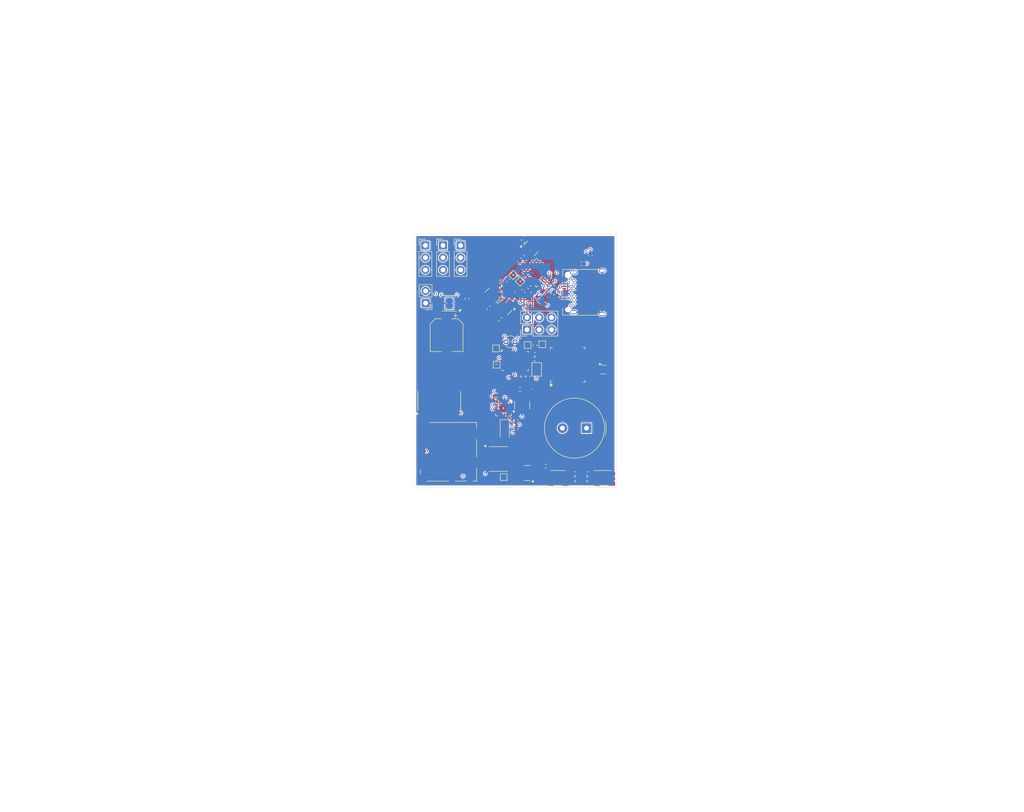
<source format=kicad_pcb>
(kicad_pcb (version 20240108) (generator "pcbnew") (generator_version "8.0")
  (layers (0 "F.Cu" mixed) (1 "In1.Cu" signal) (2 "In2.Cu" signal) (31 "B.Cu" power) (34 "B.Paste" user) (35 "F.Paste" user) (36 "B.SilkS" user "B.Silkscreen") (37 "F.SilkS" user "F.Silkscreen") (38 "B.Mask" user) (39 "F.Mask" user) (44 "Edge.Cuts" user))
  (net 0 "")
  (net 1 "Net-(ADR1-B)")
  (net 2 "GND")
  (net 3 "POWER_STAB")
  (net 4 "Net-(U6-XOUT32{slash}CLKSEL1)")
  (net 5 "Net-(U6-XIN32)")
  (net 6 "Net-(L1-Pad1)")
  (net 7 "Net-(D6-K)")
  (net 8 "+3.3V")
  (net 9 "Net-(U6-CAP)")
  (net 10 "Net-(D1-I{slash}O1)")
  (net 11 "Net-(D1-I{slash}O2)")
  (net 12 "Net-(D2-A)")
  (net 13 "Net-(D2-K)")
  (net 14 "Net-(D3-A)")
  (net 15 "Net-(D3-K)")
  (net 16 "Net-(D5-A)")
  (net 17 "Net-(J2-Pin_3)")
  (net 18 "Net-(J2-Pin_2)")
  (net 19 "Net-(J2-Pin_6)")
  (net 20 "UPDI")
  (net 21 "Net-(J3-CMD)")
  (net 22 "Net-(J3-DAT1)")
  (net 23 "Net-(J3-DAT0)")
  (net 24 "CD")
  (net 25 "Net-(J3-CLK)")
  (net 26 "/RX_UPDI")
  (net 27 "TX0")
  (net 28 "RX0")
  (net 29 "Net-(U9-EN)")
  (net 30 "Net-(U9-FB)")
  (net 31 "Net-(U6-~{RST})")
  (net 32 "Net-(U6-ENV_SCL)")
  (net 33 "Net-(U6-ENV_SDA)")
  (net 34 "SDA")
  (net 35 "SCL")
  (net 36 "Net-(U6-~{BOOT})")
  (net 50 "EJEC_SERVO")
  (net 51 "Net-(PORTSIDE_RGB1-RA)")
  (net 52 "PA3{slash}SS")
  (net 53 "PA1{slash}MOSI")
  (net 55 "Net-(PORTSIDE_RGB1-BA)")
  (net 57 "Net-(PORTSIDE_RGB1-GA)")
  (net 61 "D5")
  (net 63 "D6")
  (net 64 "BUZZER")
  (net 66 "WP")
  (net 67 "PA0{slash}MISO")
  (net 68 "Net-(BZ1--)")
  (net 70 "D4")
  (net 73 "HOLD")
  (net 74 "Net-(J1-CC1)")
  (net 75 "Net-(STARBOARD_RGB1-BA)")
  (net 76 "D7")
  (net 79 "Net-(STARBOARD_RGB1-RA)")
  (net 82 "Net-(STARBOARD_RGB1-GA)")
  (net 83 "PA2{slash}SCK")
  (net 84 "PORT_SERVO")
  (net 92 "PS1")
  (net 96 "INT")
  (net 97 "PS0{slash}WAKE")
  (net 102 "STAR_BLUE")
  (net 103 "STAR_SERVO")
  (net 104 "STAR_GREEN")
  (net 105 "PORT_GREEN")
  (net 106 "STAR_RED")
  (net 107 "PORT_RED")
  (net 108 "PORT_BLUE")
  (net 110 "Net-(L1-Pad2)")
  (net 112 "+5V")
  (net 116 "Net-(J1-CC2)")
  (net 119 "/TX_UPDI")
  (net 120 "TEMP_SENSOR")
  (footprint "Jumper:SolderJumper-2_P1.3mm_Bridged2Bar_Pad1.0x1.5mm" (layer "F.Cu") (at 118.020285 112.120551 90)
    (property "Reference" "ADR1" (hide yes))
    (property "Value" "~" (hide yes))
  )
  (footprint "Resistor_SMD:R_0402_1005Metric" (layer "F.Cu") (at 117.192785 96.410551 45)
    (property "Reference" "R2" (hide yes))
    (property "Value" "4k7" (hide yes))
  )
  (footprint "Resistor_SMD:R_0402_1005Metric" (layer "F.Cu") (at 126.017785 133.770551)
    (property "Reference" "R30" (hide yes))
    (property "Value" "220" (hide yes))
  )
  (footprint "Connector_PinHeader_2.54mm:PinHeader_1x03_P2.54mm_Vertical" (layer "F.Cu") (at 98.58 86.39)
    (property "Reference" "J5" (hide yes))
    (property "Value" "PORTSIDE_SERVO" (hide yes))
  )
  (footprint "LED_SMD:LED_0201_0603Metric" (layer "F.Cu") (at 111.700051 94.436511 -45)
    (property "Reference" "D2" (hide yes))
    (property "Value" "LED" (hide yes))
  )
  (footprint "Package_QFP:TQFP-48_7x7mm_P0.5mm" (layer "F.Cu") (at 124.472785 111.160551 90)
    (property "Reference" "U2" (hide yes))
    (property "Value" "ATmega4809-A" (hide yes))
  )
  (footprint "Package_DFN_QFN:DFN-10-1EP_3x3mm_P0.5mm_EP1.65x2.38mm_ThermalVias" (layer "F.Cu") (at 99.9 98.415 180)
    (property "Reference" "U8" (hide yes))
    (property "Value" "TPS61092" (hide yes))
  )
  (footprint "Package_TO_SOT_SMD:SOT-23" (layer "F.Cu") (at 116.819872 87.023464 45)
    (property "Reference" "Q1" (hide yes))
    (property "Value" "BSS138" (hide yes))
  )
  (footprint "Resistor_SMD:R_0402_1005Metric" (layer "F.Cu") (at 117.580285 109.980551 180)
    (property "Reference" "R23" (hide yes))
    (property "Value" "10k" (hide yes))
  )
  (footprint "TestPoint:TestPoint_Pad_1.0x1.0mm" (layer "F.Cu") (at 109.730001 111.15 180)
    (property "Reference" "TP3" (hide yes))
    (property "Value" "TestPoint" (hide yes))
  )
  (footprint "TestPoint:TestPoint_Pad_1.0x1.0mm" (layer "F.Cu") (at 114.612785 93.880552 -135)
    (property "Reference" "TP2" (hide yes))
    (property "Value" "TestPoint" (hide yes))
  )
  (footprint "Resistor_SMD:R_0402_1005Metric" (layer "F.Cu") (at 114.932161 90.049927 -45)
    (property "Reference" "R5" (hide yes))
    (property "Value" "0" (hide yes))
  )
  (footprint "Connector_PinHeader_2.54mm:PinHeader_1x03_P2.54mm_Vertical" (layer "F.Cu") (at 94.93 86.39)
    (property "Reference" "J4" (hide yes))
    (property "Value" "STARBOARD_SERVO" (hide yes))
  )
  (footprint "Resistor_SMD:R_0402_1005Metric" (layer "F.Cu") (at 113.283409 97.681177 135)
    (property "Reference" "R10" (hide yes))
    (property "Value" "4k7" (hide yes))
  )
  (footprint "TestPoint:TestPoint_Pad_1.0x1.0mm" (layer "F.Cu") (at 111.192215 134.474449)
    (property "Reference" "TP4" (hide yes))
    (property "Value" "TestPoint" (hide yes))
  )
  (footprint "Resistor_SMD:R_0402_1005Metric" (layer "F.Cu") (at 113.76 122.6175 -90)
    (property "Reference" "R15" (hide yes))
    (property "Value" "100k" (hide yes))
  )
  (footprint "TestPoint:TestPoint_Pad_1.0x1.0mm" (layer "F.Cu") (at 113.172786 92.530551 -135)
    (property "Reference" "TP1" (hide yes))
    (property "Value" "TestPoint" (hide yes))
  )
  (footprint "Resistor_SMD:R_0402_1005Metric" (layer "F.Cu") (at 128.527785 133.780551)
    (property "Reference" "R25" (hide yes))
    (property "Value" "220" (hide yes))
  )
  (footprint "TestPoint:TestPoint_Pad_1.0x1.0mm" (layer "F.Cu") (at 116.150285 107.080551)
    (property "Reference" "TP6" (hide yes))
    (property "Value" "TestPoint" (hide yes))
  )
  (footprint "Package_DFN_QFN:QFN-16-1EP_3x3mm_P0.5mm_EP1.7x1.7mm" (layer "F.Cu") (at 111.1275 120.1675)
    (property "Reference" "U9" (hide yes))
    (property "Value" "MPM3610AGQV-P" (hide yes))
  )
  (footprint "Capacitor_SMD:C_0201_0603Metric" (layer "F.Cu") (at 114.38 117.1175)
    (property "Reference" "C6" (hide yes))
    (property "Value" "1u" (hide yes))
  )
  (footprint "Resistor_SMD:R_0402_1005Metric" (layer "F.Cu") (at 115.262785 95.830551 -135)
    (property "Reference" "R3" (hide yes))
    (property "Value" "330" (hide yes))
  )
  (footprint "Capacitor_SMD:C_0201_0603Metric" (layer "F.Cu") (at 101.13 100.565)
    (property "Reference" "C9" (hide yes))
    (property "Value" "2u2" (hide yes))
  )
  (footprint "Buzzer_Beeper:Buzzer_TDK_PS1240P02BT_D12.2mm_H6.5mm" (layer "F.Cu") (at 128.38 124.32 180)
    (property "Reference" "BZ1" (hide yes))
    (property "Value" "Buzzer" (hide yes))
  )
  (footprint "Resistor_SMD:R_0402_1005Metric" (layer "F.Cu") (at 129.182785 88.500551 -90)
    (property "Reference" "R1" (hide yes))
    (property "Value" "1M" (hide yes))
  )
  (footprint "Package_TO_SOT_SMD:SOT-23" (layer "F.Cu") (at 116.059715 133.639449 180)
    (property "Reference" "Q4" (hide yes))
    (property "Value" "BSS138" (hide yes))
  )
  (footprint "Resistor_SMD:R_0402_1005Metric" (layer "F.Cu") (at 109.650285 110.630551)
    (property "Reference" "R24" (hide yes))
    (property "Value" "10k" (hide yes))
  )
  (footprint "Capacitor_SMD:C_0201_0603Metric" (layer "F.Cu") (at 97.17 97.585 90)
    (property "Reference" "C8" (hide yes))
    (property "Value" "10u" (hide yes))
  )
  (footprint "Resistor_SMD:R_0402_1005Metric" (layer "F.Cu") (at 128.527785 134.820551)
    (property "Reference" "R26" (hide yes))
    (property "Value" "220" (hide yes))
  )
  (footprint "Resistor_SMD:R_0402_1005Metric" (layer "F.Cu") (at 103.56 97.455 -90)
    (property "Reference" "R33" (hide yes))
    (property "Value" "5m" (hide yes))
  )
  (footprint "Capacitor_SMD:C_0201_0603Metric" (layer "F.Cu") (at 110.510285 106.030551 90)
    (property "Reference" "C3" (hide yes))
    (property "Value" "22p" (hide yes))
  )
  (footprint "Resistor_SMD:R_0402_1005Metric" (layer "F.Cu") (at 119.918431 132.189999 180)
    (property "Reference" "R34" (hide yes))
    (property "Value" "2k2" (hide yes))
  )
  (footprint "Inductor_SMD:L_0402_1005Metric" (layer "F.Cu") (at 102.56 97.435001 -90)
    (property "Reference" "L1" (hide yes))
    (property "Value" "6u8" (hide yes))
  )
  (footprint "Capacitor_SMD:C_0201_0603Metric" (layer "F.Cu") (at 112.760285 113.395551 -90)
    (property "Reference" "C7" (hide yes))
    (property "Value" "0u1" (hide yes))
  )
  (footprint "Diode_SMD:Nexperia_CFP3_SOD-123W" (layer "F.Cu") (at 111.4 124.83 -90)
    (property "Reference" "D6" (hide yes))
    (property "Value" "PMEG6020ER" (hide yes))
  )
  (footprint "Resistor_SMD:R_0402_1005Metric" (layer "F.Cu") (at 110.433768 101.718756 135)
    (property "Reference" "R13" (hide yes))
    (property "Value" "4k7" (hide yes))
  )
  (footprint "Resistor_SMD:R_0402_1005Metric" (layer "F.Cu") (at 114.57 116.2575)
    (property "Reference" "R17" (hide yes))
    (property "Value" "330R" (hide yes))
  )
  (footprint "Package_LGA:LGA-28_5.2x3.8mm_P0.5mm" (layer "F.Cu") (at 113.612785 110.380551)
    (property "Reference" "U6" (hide yes))
    (property "Value" "BNO086" (hide yes))
  )
  (footprint "Resistor_SMD:R_0402_1005Metric" (layer "F.Cu") (at 127.332785 90.210551)
    (property "Reference" "R32" (hide yes))
    (property "Value" "5k1" (hide yes))
  )
  (footprint "Resistor_SMD:R_0402_1005Metric" (layer "F.Cu") (at 110.58459 95.018107 135)
    (property "Reference" "R9" (hide yes))
    (property "Value" "4k7" (hide yes))
  )
  (footprint "LED_SMD:LED_ROHM_SMLVN6" (layer "F.Cu") (at 132.057785 134.820551)
    (property "Reference" "STARBOARD_RGB1" (hide yes))
    (property "Value" "SMLVN6RGB" (hide yes))
  )
  (footprint "Capacitor_SMD:C_0201_0603Metric" (layer "F.Cu") (at 128.282785 88.710551 -90)
    (property "Reference" "C1" (hide yes))
    (property "Value" "4n7" (hide yes))
  )
  (footprint "Capacitor_SMD:C_0201_0603Metric" (layer "F.Cu") (at 114.642785 106.450551 90)
    (property "Reference" "C2" (hide yes))
    (property "Value" "22p" (hide yes))
  )
  (footprint "Resistor_SMD:R_0402_1005Metric" (layer "F.Cu") (at 114.260285 113.610551 -90)
    (property "Reference" "R18" (hide yes))
    (property "Value" "10k" (hide yes))
  )
  (footprint "Resistor_SMD:R_0402_1005Metric" (layer "F.Cu") (at 117.67 107.13 -90)
    (property "Reference" "R21" (hide yes))
    (property "Value" "2k2" (hide yes))
  )
  (footprint "Package_TO_SOT_SMD:HVSOF5" (layer "F.Cu") (at 131.885 112.16)
    (property "Reference" "U5" (hide yes))
    (property "Value" "BD1020HFV" (hide yes))
  )
  (footprint "Resistor_SMD:R_0402_1005Metric" (layer "F.Cu") (at 117.649999 108.99 180)
    (property "Reference" "R22" (hide yes))
    (property "Value" "2k2" (hide yes))
  )
  (footprint "Package_SO:SOIC-8_3.9x4.9mm_P1.27mm" (layer "F.Cu") (at 110.067215 130.719449)
    (property "Reference" "U3" (hide yes))
    (property "Value" "AT25DF641A-SH-T" (hide yes))
  )
  (footprint "LED_SMD:LED_0201_0603Metric" (layer "F.Cu") (at 114.085973 96.602837 -45)
    (property "Reference" "D3" (hide yes))
    (property "Value" "LED" (hide yes))
  )
  (footprint "Resistor_SMD:R_0402_1005Metric" (layer "F.Cu") (at 112.161438 93.653391 -45)
    (property "Reference" "R4" (hide yes))
    (property "Value" "330" (hide yes))
  )
  (footprint "Connector_USB:USB_C_Receptacle_Amphenol_12401548E4-2A" (layer "F.Cu") (at 128.792785 96.120551 90)
    (property "Reference" "J1" (hide yes))
    (property "Value" "USB_C_Receptacle_USB2.0_16P" (hide yes))
  )
  (footprint "Crystal:Crystal_C26-LF_D2.1mm_L6.5mm_Vertical" (layer "F.Cu") (at 113.540285 106.380551 180)
    (property "Reference" "Y1" (hide yes))
    (property "Value" "32.768kHz" (hide yes))
  )
  (footprint "Capacitor_SMD:C_0201_0603Metric" (layer "F.Cu") (at 109.88 123.0575 -90)
    (property "Reference" "C11" (hide yes))
    (property "Value" "1u" (hide yes))
  )
  (footprint "Resistor_SMD:R_0402_1005Metric" (layer "F.Cu") (at 126.027785 135.850551)
    (property "Reference" "R28" (hide yes))
    (property "Value" "220" (hide yes))
  )
  (footprint "Capacitor_SMD:C_0201_0603Metric" (layer "F.Cu") (at 110.095 116.6475 180)
    (property "Reference" "C4" (hide yes))
    (property "Value" "22u" (hide yes))
  )
  (footprint "Resistor_SMD:R_0402_1005Metric" (layer "F.Cu") (at 115.260285 113.610551 -90)
    (property "Reference" "R19" (hide yes))
    (property "Value" "4k7" (hide yes))
  )
  (footprint "Resistor_SMD:R_0402_1005Metric" (layer "F.Cu") (at 126.017785 134.820551)
    (property "Reference" "R29" (hide yes))
    (property "Value" "220" (hide yes))
  )
  (footprint "Resistor_SMD:R_0402_1005Metric" (layer "F.Cu") (at 115.16 85.53 45)
    (property "Reference" "R7" (hide yes))
    (property "Value" "4k7" (hide yes))
  )
  (footprint "Resistor_SMD:R_0402_1005Metric" (layer "F.Cu") (at 109.87 117.5175 180)
    (property "Reference" "R14" (hide yes))
    (property "Value" "100k" (hide yes))
  )
  (footprint "Resistor_SMD:R_0402_1005Metric" (layer "F.Cu") (at 116.250285 113.610551 -90)
    (property "Reference" "R20" (hide yes))
    (property "Value" "4k7" (hide yes))
  )
  (footprint "Package_TO_SOT_SMD:SOT-23" (layer "F.Cu") (at 108.871625 96.745215 -135)
    (property "Reference" "Q3" (hide yes))
    (property "Value" "BSS138" (hide yes))
  )
  (footprint "Package_SO:SOIC-14_3.9x8.7mm_P1.27mm" (layer "F.Cu") (at 97.82 118.61 90)
    (property "Reference" "U7" (hide yes))
    (property "Value" "TXB0104D" (hide yes))
  )
  (footprint "LED_SMD:LED_0201_0603Metric" (layer "F.Cu") (at 116.2425 116.2475 180)
    (property "Reference" "D5" (hide yes))
    (property "Value" "GREEN" (hide yes))
  )
  (footprint "Resistor_SMD:R_0402_1005Metric" (layer "F.Cu") (at 115.102785 88.760551 -45)
    (property "Reference" "R6" (hide yes))
    (property "Value" "4k7" (hide yes))
  )
  (footprint "Resistor_SMD:R_0402_1005Metric" (layer "F.Cu") (at 116.502161 95.039927 -45)
    (property "Reference" "R11" (hide yes))
    (property "Value" "4k7" (hide yes))
  )
  (footprint "Capacitor_SMD:CP_Elec_6.3x5.4" (layer "F.Cu") (at 99.33 105.015 -90)
    (property "Reference" "C10" (hide yes))
    (property "Value" "100u" (hide yes))
  )
  (footprint "TestPoint:TestPoint_Pad_1.0x1.0mm" (layer "F.Cu") (at 109.590285 107.770551)
    (property "Reference" "TP5" (hide yes))
    (property "Value" "TestPoint" (hide yes))
  )
  (footprint "Package_TO_SOT_SMD:SOT-23-5" (layer "F.Cu") (at 115.0175 119.5575 90)
    (property "Reference" "U4" (hide yes))
    (property "Value" "AP2112K-3.3" (hide yes))
  )
  (footprint "Resistor_SMD:R_0402_1005Metric" (layer "F.Cu") (at 113.75 124.5275 -90)
    (property "Reference" "R16" (hide yes))
    (property "Value" "19k1" (hide yes))
  )
  (footprint "LED_SMD:LED_ROHM_SMLVN6" (layer "F.Cu") (at 122.492785 134.820551 180)
    (property "Reference" "PORTSIDE_RGB1" (hide yes))
    (property "Value" "SMLVN6RGB" (hide yes))
  )
  (footprint "Connector_PinHeader_2.54mm:PinHeader_1x03_P2.54mm_Vertical" (layer "F.Cu") (at 102.23 86.395)
    (property "Reference" "J7" (hide yes))
    (property "Value" "EJECTION_SERVO" (hide yes))
  )
  (footprint "Package_TO_SOT_SMD:SOT-23" (layer "F.Cu") (at 111.37422 99.208525 -135)
    (property "Reference" "Q2" (hide yes))
    (property "Value" "BSS138" (hide yes))
  )
  (footprint "Package_DFN_QFN:QFN-24-1EP_4x4mm_P0.5mm_EP2.6x2.6mm" (layer "F.Cu") (at 117.969542 92.077346 -135)
    (property "Reference" "U1" (hide yes))
    (property "Value" "ATSAMD11D14A-M" (hide yes))
  )
  (footprint "Connector_PinHeader_2.54mm:PinHeader_1x02_P2.54mm_Vertical" (layer "F.Cu") (at 94.969999 98.375 180)
    (property "Reference" "J6" (hide yes))
    (property "Value" "Conn_01x02_Pin" (hide yes))
  )
  (footprint "Resistor_SMD:R_0402_1005Metric" (layer "F.Cu") (at 108.039006 99.331458 135)
    (property "Reference" "R12" (hide yes))
    (property "Value" "4k7" (hide yes))
  )
  (footprint "Connector_Card:microSD_HC_Molex_104031-0811" (layer "F.Cu") (at 99.745 129.25 90)
    (property "Reference" "J3" (hide yes))
    (property "Value" "Micro_SD_Card_Det1" (hide yes))
  )
  (footprint "TestPoint:TestPoint_Pad_1.0x1.0mm" (layer "F.Cu") (at 119.18 106.92)
    (property "Reference" "TP7" (hide yes))
    (property "Value" "TestPoint" (hide yes))
  )
  (footprint "Resistor_SMD:R_0402_1005Metric" (layer "F.Cu") (at 128.527785 135.870551)
    (property "Reference" "R27" (hide yes))
    (property "Value" "220" (hide yes))
  )
  (footprint "Capacitor_SMD:C_0201_0603Metric" (layer "F.Cu") (at 112.89 123.0325 -90)
    (property "Reference" "C5" (hide yes))
    (property "Value" "22u" (hide yes))
  )
  (footprint "Package_TO_SOT_SMD:SOT-143" (layer "F.Cu") (at 119.502784 97.110552 -45)
    (property "Reference" "D1" (hide yes))
    (property "Value" "PRTR5V0U2X" (hide yes))
  )
  (footprint "Resistor_SMD:R_0402_1005Metric" (layer "F.Cu") (at 121.882785 96.370551 135)
    (property "Reference" "R31" (hide yes))
    (property "Value" "5k1" (hide yes))
  )
  (footprint "Connector_PinHeader_2.54mm:PinHeader_2x03_P2.54mm_Vertical" (layer "F.Cu") (at 116.022785 103.88055 90)
    (property "Reference" "J2" (hide yes))
    (property "Value" "Conn_02x03_Pin" (hide yes))
  )
  (gr_rect (start 92.562785 83.970551) (end 134.652785 136.670551) (stroke (width 0.05)) (fill none) (layer "Edge.Cuts"))
  (segment (start 117.180285 110.630551) (end 117.070285 110.520551) (width 0.2) (layer "F.Cu") (net 1))
  (segment (start 117.240285 110.690551) (end 117.180285 110.630551) (width 0.2) (layer "F.Cu") (net 1))
  (segment (start 117.180285 110.630551) (end 116.000285 110.630551) (width 0.2) (layer "F.Cu") (net 1))
  (segment (start 117.070285 110.520551) (end 117.070285 109.980551) (width 0.2) (layer "F.Cu") (net 1))
  (segment (start 117.240285 110.690551) (end 118.020285 111.470551) (width 0.2) (layer "F.Cu") (net 1))
  (segment (start 94.97 95.835) (end 96.46 95.835) (width 0.2) (layer "F.Cu") (net 2))
  (segment (start 120.878851 92.335006) (end 120.671668 92.127823) (width 0.2) (layer "F.Cu") (net 2))
  (segment (start 120.171744 93.218888) (end 120.640325 93.218889) (width 0.2) (layer "F.Cu") (net 2))
  (segment (start 122.202785 92.020551) (end 122.202785 91.900551) (width 0.2) (layer "F.Cu") (net 2))
  (segment (start 112.960284 113.715551) (end 113.440286 113.235549) (width 0.2) (layer "F.Cu") (net 2))
  (segment (start 111.225285 109.630551) (end 110.300285 109.630551) (width 0.2) (layer "F.Cu") (net 2))
  (segment (start 122.922785 91.180552) (end 124.872785 91.180551) (width 0.2) (layer "F.Cu") (net 2))
  (segment (start 118.020285 113.930551) (end 117.940285 114.010551) (width 0.2) (layer "F.Cu") (net 2))
  (segment (start 126.50386 89.590551) (end 128.312785 89.590551) (width 0.2) (layer "F.Cu") (net 2))
  (segment (start 121.522161 96.009927) (end 121.522161 95.989927) (width 0.2) (layer "F.Cu") (net 2))
  (segment (start 113.362785 108.061659) (end 113.462785 107.961659) (width 0.2) (layer "F.Cu") (net 2))
  (segment (start 114.642785 106.130551) (end 114.642785 106.090551) (width 0.2) (layer "F.Cu") (net 2))
  (segment (start 119.869891 92.917036) (end 120.171744 93.218888) (width 0.2) (layer "F.Cu") (net 2))
  (segment (start 125.682785 91.990551) (end 125.682785 90.411626) (width 0.2) (layer "F.Cu") (net 2))
  (segment (start 125.682785 100.250551) (end 131.272785 100.250551) (width 0.2) (layer "F.Cu") (net 2))
  (segment (start 113.362785 113.10629) (end 113.362785 112.043051) (width 0.2) (layer "F.Cu") (net 2))
  (segment (start 107.592215 132.624449) (end 107.592215 133.514449) (width 0.2) (layer "F.Cu") (net 2))
  (segment (start 120.640325 93.218889) (end 120.878852 92.980362) (width 0.2) (layer "F.Cu") (net 2))
  (segment (start 113.440286 113.183791) (end 113.362785 113.10629) (width 0.2) (layer "F.Cu") (net 2))
  (segment (start 97.17 97.265) (end 96.65 97.265) (width 0.2) (layer "F.Cu") (net 2))
  (segment (start 120.878852 92.980362) (end 120.878851 92.335006) (width 0.2) (layer "F.Cu") (net 2))
  (segment (start 131.632786 100.610551) (end 131.632785 91.630552) (width 0.2) (layer "F.Cu") (net 2))
  (segment (start 102.225 121.085) (end 102.31 121.17) (width 0.2) (layer "F.Cu") (net 2))
  (segment (start 125.682785 90.411626) (end 126.50386 89.590551) (width 0.2) (layer "F.Cu") (net 2))
  (segment (start 101.63 121.085) (end 102.225 121.085) (width 0.2) (layer "F.Cu") (net 2))
  (segment (start 131.272785 100.250551) (end 131.632786 100.610551) (width 0.2) (layer "F.Cu") (net 2))
  (segment (start 115.0175 121.85) (end 114.97 121.8975) (width 0.2) (layer "F.Cu") (net 2))
  (segment (start 112.89 123.9275) (end 112.91 123.9475) (width 0.2) (layer "F.Cu") (net 2))
  (segment (start 96.47 95.845) (end 96.46 95.835) (width 0.2) (layer "F.Cu") (net 2))
  (segment (start 128.412785 90.210551) (end 128.452785 90.170551) (width 0.2) (layer "F.Cu") (net 2))
  (segment (start 112.59 118.8875) (end 112.53 118.8275) (width 0.2) (layer "F.Cu") (net 2))
  (segment (start 110.300285 109.630551) (end 110.230285 109.700551) (width 0.2) (layer "F.Cu") (net 2))
  (segment (start 114.640285 106.380551) (end 114.750285 106.270551) (width 0.2) (layer "F.Cu") (net 2))
  (segment (start 108.96 120.4175) (end 108.86 120.3175) (width 0.2) (layer "F.Cu") (net 2))
  (segment (start 129.182785 87.26055) (end 129.162785 87.240551) (width 0.2) (layer "F.Cu") (net 2))
  (segment (start 129.182785 89.580551) (end 129.192785 89.590551) (width 0.2) (layer "F.Cu") (net 2))
  (segment (start 104.145 134.99) (end 104.145 134.615) (width 0.2) (layer "F.Cu") (net 2))
  (segment (start 129.182785 89.010551) (end 129.182785 89.580551) (width 0.2) (layer "F.Cu") (net 2))
  (segment (start 129.592786 89.590551) (end 131.632785 91.630552) (width 0.2) (layer "F.Cu") (net 2))
  (segment (start 104.145 134.615) (end 103.3 133.77) (width 0.2) (layer "F.Cu") (net 2))
  (segment (start 113.440286 113.235549) (end 113.440286 113.183791) (width 0.2) (layer "F.Cu") (net 2))
  (segment (start 112.89 123.3525) (end 112.89 123.9275) (width 0.2) (layer "F.Cu") (net 2))
  (segment (start 118.702785 96.220551) (end 118.562785 96.220551) (width 0.2) (layer "F.Cu") (net 2))
  (segment (start 128.312785 89.590551) (end 129.192785 89.590551) (width 0.2) (layer "F.Cu") (net 2))
  (segment (start 112.760285 113.715551) (end 112.274449 113.715551) (width 0.2) (layer "F.Cu") (net 2))
  (segment (start 128.282785 88.390551) (end 128.282786 87.740551) (width 0.2) (layer "F.Cu") (net 2))
  (segment (start 122.202785 91.900551) (end 122.922785 91.180552) (width 0.2) (layer "F.Cu") (net 2))
  (segment (start 96.47 97.085) (end 96.47 95.845) (width 0.2) (layer "F.Cu") (net 2))
  (segment (start 111.3775 118.03) (end 111.47 117.9375) (width 0.2) (layer "F.Cu") (net 2))
  (segment (start 101.35 97.415) (end 101.35 96.805) (width 0.2) (layer "F.Cu") (net 2))
  (segment (start 118.020285 112.770551) (end 118.020285 113.930551) (width 0.2) (layer "F.Cu") (net 2))
  (segment (start 111.8775 118.705) (end 112.4075 118.705) (width 0.2) (layer "F.Cu") (net 2))
  (segment (start 129.182785 87.99055) (end 129.182785 87.26055) (width 0.2) (layer "F.Cu") (net 2))
  (segment (start 96.46 95.835) (end 97.05 96.425) (width 0.2) (layer "F.Cu") (net 2))
  (segment (start 109.665 120.4175) (end 108.96 120.4175) (width 0.2) (layer "F.Cu") (net 2))
  (segment (start 112.4075 118.705) (end 112.53 118.8275) (width 0.2) (layer "F.Cu") (net 2))
  (segment (start 98.45 96.865) (end 98.25 96.665) (width 0.2) (layer "F.Cu") (net 2))
  (segment (start 110.510285 105.710551) (end 110.870285 105.710551) (width 0.2) (layer "F.Cu") (net 2))
  (segment (start 111.3775 118.705) (end 111.3775 118.03) (width 0.2) (layer "F.Cu") (net 2))
  (segment (start 121.522161 95.989927) (end 121.249562 95.717329) (width 0.2) (layer "F.Cu") (net 2))
  (segment (start 119.050222 95.873114) (end 118.702785 96.220551) (width 0.2) (layer "F.Cu") (net 2))
  (segment (start 112.59 119.4175) (end 112.59 118.8875) (width 0.2) (layer "F.Cu") (net 2))
  (segment (start 110.870285 105.710551) (end 111.340285 105.240551) (width 0.2) (layer "F.Cu") (net 2))
  (segment (start 113.23 125.0375) (end 113.08 125.1875) (width 0.2) (layer "F.Cu") (net 2))
  (segment (start 94.295 129.055) (end 95.255001 129.055) (width 0.2) (layer "F.Cu") (net 2))
  (segment (start 109.310749 116.6475) (end 109.260748 116.697501) (width 0.2) (layer "F.Cu") (net 2))
  (segment (start 127.842784 90.210551) (end 128.412785 90.210551) (width 0.2) (layer "F.Cu") (net 2))
  (segment (start 112.760285 113.715551) (end 112.960284 113.715551) (width 0.2) (layer "F.Cu") (net 2))
  (segment (start 96.65 97.265) (end 96.47 97.085) (width 0.2) (layer "F.Cu") (net 2))
  (segment (start 113.362785 108.718051) (end 113.362785 108.061659) (width 0.2) (layer "F.Cu") (net 2))
  (segment (start 115.0175 120.695) (end 115.0175 121.85) (width 0.2) (layer "F.Cu") (net 2))
  (segment (start 128.282784 89.030551) (end 128.282785 89.560551) (width 0.2) (layer "F.Cu") (net 2))
  (segment (start 119.326008 95.873114) (end 119.050222 95.873114) (width 0.2) (layer "F.Cu") (net 2))
  (segment (start 112.274449 113.715551) (end 112.22 113.77) (width 0.2) (layer "F.Cu") (net 2))
  (segment (start 113.75 125.0375) (end 113.23 125.0375) (width 0.2) (layer "F.Cu") (net 2))
  (segment (start 129.192785 89.590551) (end 129.592786 89.590551) (width 0.2) (layer "F.Cu") (net 2))
  (segment (start 109.775 116.6475) (end 109.310749 116.6475) (width 0.2) (layer "F.Cu") (net 2))
  (segment (start 107.592215 133.514449) (end 107.342215 133.764449) (width 0.2) (layer "F.Cu") (net 2))
  (segment (start 98.45 97.414999) (end 98.45 96.865) (width 0.2) (layer "F.Cu") (net 2))
  (segment (start 101.35 96.805) (end 101.49 96.665) (width 0.2) (layer "F.Cu") (net 2))
  (segment (start 118.562785 96.220551) (end 118.552785 96.210551) (width 0.2) (layer "F.Cu") (net 2))
  (segment (start 124.872785 91.180551) (end 125.682785 91.990551) (width 0.2) (layer "F.Cu") (net 2))
  (segment (start 128.282785 89.560551) (end 128.312785 89.590551) (width 0.2) (layer "F.Cu") (net 2))
  (segment (start 95.255001 129.055) (end 95.74 128.57) (width 0.2) (layer "F.Cu") (net 2))
  (segment (start 128.282786 87.740551) (end 128.312786 87.710551) (width 0.2) (layer "F.Cu") (net 2))
  (segment (start 114.642785 106.090551) (end 114.172785 105.620551) (width 0.2) (layer "F.Cu") (net 2))
  (via (at 120.671668 92.127823) (size 0.6) (drill 0.3) (layers "F.Cu" "B.Cu") (net 2))
  (via (at 102.31 121.17) (size 0.6) (drill 0.3) (layers "F.Cu" "B.Cu") (net 2))
  (via (at 101.49 96.665) (size 0.6) (drill 0.3) (layers "F.Cu" "B.Cu") (net 2))
  (via (at 110.230285 109.700551) (size 0.6) (drill 0.3) (layers "F.Cu" "B.Cu") (net 2))
  (via (at 129.162785 87.240551) (size 0.6) (drill 0.3) (layers "F.Cu" "B.Cu") (net 2))
  (via (at 111.340285 105.240551) (size 0.6) (drill 0.3) (layers "F.Cu" "B.Cu") (net 2))
  (via (at 112.91 123.9475) (size 0.6) (drill 0.3) (layers "F.Cu" "B.Cu") (net 2))
  (via (at 128.312786 87.710551) (size 0.6) (drill 0.3) (layers "F.Cu" "B.Cu") (net 2))
  (via (at 107.342215 133.764449) (size 0.6) (drill 0.3) (layers "F.Cu" "B.Cu") (net 2))
  (via (at 114.97 121.8975) (size 0.6) (drill 0.3) (layers "F.Cu" "B.Cu") (net 2))
  (via (at 112.53 118.8275) (size 0.6) (drill 0.3) (layers "F.Cu" "B.Cu") (net 2))
  (via (at 95.162785 129.090551) (size 0.6) (drill 0.3) (layers "F.Cu" "B.Cu") (net 2))
  (via (at 118.552785 96.210551) (size 0.6) (drill 0.3) (layers "F.Cu" "B.Cu") (net 2))
  (via (at 117.940285 114.010551) (size 0.6) (drill 0.3) (layers "F.Cu" "B.Cu") (net 2))
  (via (at 112.22 113.77) (size 0.6) (drill 0.3) (layers "F.Cu" "B.Cu") (net 2))
  (via (at 114.172785 105.620551) (size 0.6) (drill 0.3) (layers "F.Cu" "B.Cu") (net 2))
  (via (at 111.47 117.9375) (size 0.6) (drill 0.3) (layers "F.Cu" "B.Cu") (net 2))
  (via (at 98.25 96.665) (size 0.6) (drill 0.3) (layers "F.Cu" "B.Cu") (net 2))
  (via (at 122.202785 92.020551) (size 0.6) (drill 0.3) (layers "F.Cu" "B.Cu") (net 2))
  (via (at 97.05 96.425) (size 0.6) (drill 0.3) (layers "F.Cu" "B.Cu") (net 2))
  (via (at 113.462785 107.961659) (size 0.6) (drill 0.3) (layers "F.Cu" "B.Cu") (net 2))
  (via (at 109.260748 116.697501) (size 0.6) (drill 0.3) (layers "F.Cu" "B.Cu") (net 2))
  (via (at 128.452785 90.170551) (size 0.6) (drill 0.3) (layers "F.Cu" "B.Cu") (net 2))
  (via (at 113.08 125.1875) (size 0.6) (drill 0.3) (layers "F.Cu" "B.Cu") (net 2))
  (via (at 121.249562 95.717329) (size 0.6) (drill 0.3) (layers "F.Cu" "B.Cu") (net 2))
  (via (at 113.440286 113.183791) (size 0.6) (drill 0.3) (layers "F.Cu" "B.Cu") (net 2))
  (via (at 108.86 120.3175) (size 0.6) (drill 0.3) (layers "F.Cu" "B.Cu") (net 2))
  (via (at 102.722785 134.290551) (size 0.6) (drill 0.3) (layers "F.Cu" "B.Cu") (net 2))
  (segment (start 117.102785 97.660551) (end 111.012785 97.660551) (width 0.2) (layer "B.Cu") (net 2))
  (segment (start 111.81422 97.918525) (end 111.37422 97.478525) (width 0.2) (layer "B.Cu") (net 2))
  (segment (start 121.242785 92.980551) (end 122.202785 92.020551) (width 0.2) (layer "B.Cu") (net 2))
  (segment (start 121.242784 89.960551) (end 121.242785 92.980551) (width 0.2) (layer "B.Cu") (net 2))
  (segment (start 110.572785 93.78055) (end 114.6021 89.751237) (width 0.2) (layer "B.Cu") (net 2))
  (segment (start 110.572785 97.220551) (end 110.572785 93.78055) (width 0.2) (layer "B.Cu") (net 2))
  (segment (start 114.6021 89.751237) (end 121.033471 89.751237) (width 0.2) (layer "B.Cu") (net 2))
  (segment (start 121.033471 89.751237) (end 121.242784 89.960551) (width 0.2) (layer "B.Cu") (net 2))
  (segment (start 118.552785 96.210551) (end 117.102785 97.660551) (width 0.2) (layer "B.Cu") (net 2))
  (segment (start 121.106288 97.370551) (end 120.881643 97.145906) (width 0.2) (layer "F.Cu") (net 3))
  (segment (start 95.03 98.435) (end 94.969999 98.375) (width 0.2) (layer "F.Cu") (net 3))
  (segment (start 122.97647 94.995157) (end 123.101076 94.870551) (width 0.2) (layer "F.Cu") (net 3))
  (segment (start 104.18 97.345) (end 104.18 96.626076) (width 0.2) (layer "F.Cu") (net 3))
  (segment (start 103.56 97.965) (end 104.18 97.345) (width 0.2) (layer "F.Cu") (net 3))
  (segment (start 98.45 98.415) (end 97.65 98.415) (width 0.2) (layer "F.Cu") (net 3))
  (segment (start 123.772785 97.370551) (end 121.106288 97.370551) (width 0.2) (layer "F.Cu") (net 3))
  (segment (start 97.63 98.435) (end 97.16 98.435) (width 0.2) (layer "F.Cu") (net 3))
  (segment (start 125.082785 97.32055) (end 123.822785 97.320551) (width 0.2) (layer "F.Cu") (net 3))
  (segment (start 97.16 98.435) (end 95.03 98.435) (width 0.2) (layer "F.Cu") (net 3))
  (segment (start 123.822785 97.320551) (end 123.772785 97.370551) (width 0.2) (layer "F.Cu") (net 3))
  (segment (start 104.18 96.626076) (end 103.618924 96.065) (width 0.2) (layer "F.Cu") (net 3))
  (segment (start 110.415 117.4825) (end 110.38 117.5175) (width 0.2) (layer "F.Cu") (net 3))
  (segment (start 110.3775 118.705) (end 110.3775 117.52) (width 0.2) (layer "F.Cu") (net 3))
  (segment (start 103.618924 96.065) (end 97.65 96.065) (width 0.2) (layer "F.Cu") (net 3))
  (segment (start 110.415 116.6475) (end 110.415 117.4825) (width 0.2) (layer "F.Cu") (net 3))
  (segment (start 97.65 96.065) (end 97.65 98.415) (width 0.2) (layer "F.Cu") (net 3))
  (segment (start 123.101076 94.870551) (end 123.772785 94.87055) (width 0.2) (layer "F.Cu") (net 3))
  (segment (start 97.17 97.905) (end 97.17 98.425) (width 0.2) (layer "F.Cu") (net 3))
  (segment (start 97.17 98.425) (end 97.16 98.435) (width 0.2) (layer "F.Cu") (net 3))
  (segment (start 110.3775 117.52) (end 110.38 117.5175) (width 0.2) (layer "F.Cu") (net 3))
  (segment (start 97.65 98.415) (end 97.63 98.435) (width 0.2) (layer "F.Cu") (net 3))
  (segment (start 99.325 98.415) (end 98.45 98.415) (width 0.2) (layer "F.Cu") (net 3))
  (via (at 122.97647 94.995157) (size 0.6) (drill 0.3) (layers "F.Cu" "B.Cu") (net 3))
  (segment (start 123.191241 97.320551) (end 125.082785 97.32055) (width 0.2) (layer "B.Cu") (net 3))
  (segment (start 125.082785 94.920551) (end 123.051075 94.920551) (width 0.2) (layer "B.Cu") (net 3))
  (segment (start 122.97647 94.995157) (end 122.389771 95.581855) (width 0.2) (layer "B.Cu") (net 3))
  (segment (start 122.389771 96.519082) (end 123.191241 97.320551) (width 0.2) (layer "B.Cu") (net 3))
  (segment (start 122.389771 95.581855) (end 122.389771 96.519082) (width 0.2) (layer "B.Cu") (net 3))
  (segment (start 123.051075 94.920551) (end 122.97647 94.995157) (width 0.2) (layer "B.Cu") (net 3))
  (segment (start 113.940285 107.128051) (end 114.242785 107.430551) (width 0.2) (layer "F.Cu") (net 4))
  (segment (start 114.242785 107.430551) (end 115.800285 107.430551) (width 0.2) (layer "F.Cu") (net 4))
  (segment (start 112.862785 108.718051) (end 112.862785 107.058051) (width 0.2) (layer "F.Cu") (net 4))
  (segment (start 113.540285 106.380551) (end 113.940285 106.780551) (width 0.2) (layer "F.Cu") (net 4))
  (segment (start 113.940285 106.780551) (end 113.940285 107.128051) (width 0.2) (layer "F.Cu") (net 4))
  (segment (start 115.800285 107.430551) (end 116.150285 107.080551) (width 0.2) (layer "F.Cu") (net 4))
  (segment (start 113.940285 106.780551) (end 114.642785 106.780551) (width 0.2) (layer "F.Cu") (net 4))
  (segment (start 112.862785 107.058051) (end 113.540285 106.380551) (width 0.2) (layer "F.Cu") (net 4))
  (segment (start 110.940285 106.380551) (end 110.540285 106.380551) (width 0.2) (layer "F.Cu") (net 5))
  (segment (start 110.940285 107.160551) (end 110.940285 106.380551) (width 0.2) (layer "F.Cu") (net 5))
  (segment (start 112.362785 107.103051) (end 111.640285 106.380551) (width 0.2) (layer "F.Cu") (net 5))
  (segment (start 109.590285 107.770551) (end 110.330285 107.770551) (width 0.2) (layer "F.Cu") (net 5))
  (segment (start 110.330285 107.770551) (end 110.940285 107.160551) (width 0.2) (layer "F.Cu") (net 5))
  (segment (start 111.640285 106.380551) (end 110.940285 106.380551) (width 0.2) (layer "F.Cu") (net 5))
  (segment (start 110.540285 106.380551) (end 110.510285 106.350551) (width 0.2) (layer "F.Cu") (net 5))
  (segment (start 112.362785 108.718051) (end 112.362785 107.103051) (width 0.2) (layer "F.Cu") (net 5))
  (segment (start 103.555 96.95) (end 103.56 96.945) (width 0.2) (layer "F.Cu") (net 6))
  (segment (start 102.56 96.95) (end 103.555 96.95) (width 0.2) (layer "F.Cu") (net 6))
  (segment (start 113.76 122.1075) (end 113.76 121.64) (width 0.2) (layer "F.Cu") (net 7))
  (segment (start 112.89 122.7125) (end 112.89 121.77) (width 0.2) (layer "F.Cu") (net 7))
  (segment (start 113.77 121.63) (end 113.03 121.63) (width 0.2) (layer "F.Cu") (net 7))
  (segment (start 113.03 121.63) (end 112.58 121.63) (width 0.2) (layer "F.Cu") (net 7))
  (segment (start 112.13 121.63) (end 111.8775 121.63) (width 0.2) (layer "F.Cu") (net 7))
  (segment (start 114.0675 120.695) (end 114.0675 121.63) (width 0.2) (layer "F.Cu") (net 7))
  (segment (start 111.715 122.045) (end 111.5 122.045) (width 0.2) (layer "F.Cu") (net 7))
  (segment (start 114.0675 121.63) (end 113.77 121.63) (width 0.2) (layer "F.Cu") (net 7))
  (segment (start 112.89 121.8275) (end 112.89 121.77) (width 0.2) (layer "F.Cu") (net 7))
  (segment (start 111.3775 121.9225) (end 111.3775 121.63) (width 0.2) (layer "F.Cu") (net 7))
  (segment (start 113.76 121.64) (end 113.77 121.63) (width 0.2) (layer "F.Cu") (net 7))
  (segment (start 111.72 122.5275) (end 110.46 122.5275) (width 0.2) (layer "F.Cu") (net 7))
  (segment (start 111.5 122.045) (end 111.3775 121.9225) (width 0.2) (layer "F.Cu") (net 7))
  (segment (start 112.13 121.3775) (end 112.59 120.9175) (width 0.2) (layer "F.Cu") (net 7))
  (segment (start 111.4 123.3175) (end 112.89 121.8275) (width 0.2) (layer "F.Cu") (net 7))
  (segment (start 112.42 121.63) (end 112.13 121.63) (width 0.2) (layer "F.Cu") (net 7))
  (segment (start 112.89 121.77) (end 113.03 121.63) (width 0.2) (layer "F.Cu") (net 7))
  (segment (start 112.42 121.63) (end 112.42 121.8275) (width 0.2) (layer "F.Cu") (net 7))
  (segment (start 112.13 121.63) (end 111.715 122.045) (width 0.2) (layer "F.Cu") (net 7))
  (segment (start 112.42 121.8275) (end 111.72 122.5275) (width 0.2) (layer "F.Cu") (net 7))
  (segment (start 110.46 122.5275) (end 110.25 122.7375) (width 0.2) (layer "F.Cu") (net 7))
  (segment (start 112.58 121.63) (end 112.42 121.63) (width 0.2) (layer "F.Cu") (net 7))
  (segment (start 110.25 122.7375) (end 109.88 122.7375) (width 0.2) (layer "F.Cu") (net 7))
  (segment (start 111.4 123.43) (end 111.4 123.3175) (width 0.2) (layer "F.Cu") (net 7))
  (segment (start 112.13 121.63) (end 112.13 121.3775) (width 0.2) (layer "F.Cu") (net 7))
  (segment (start 117.172785 97.111799) (end 116.832161 96.771175) (width 0.2) (layer "F.Cu") (net 8))
  (segment (start 114.0675 116.265) (end 114.06 116.2575) (width 0.2) (layer "F.Cu") (net 8))
  (segment (start 101.58 117.41) (end 101.63 117.36) (width 0.2) (layer "F.Cu") (net 8))
  (segment (start 94.01 116.135) (end 94.01 117.109999) (width 0.2) (layer "F.Cu") (net 8))
  (segment (start 116.022785 103.88055) (end 117.172783 102.730551) (width 0.2) (layer "F.Cu") (net 8))
  (segment (start 111.789785 110.130551) (end 111.225285 110.130551) (width 0.2) (layer "F.Cu") (net 8))
  (segment (start 114.0675 118.42) (end 114.0675 116.265) (width 0.2) (layer "F.Cu") (net 8))
  (segment (start 117.172783 102.730551) (end 117.172785 97.111799) (width 0.2) (layer "F.Cu") (net 8))
  (segment (start 101.63 117.36) (end 101.63 116.135) (width 0.2) (layer "F.Cu") (net 8))
  (segment (start 94.01 121.085) (end 94.01 116.135) (width 0.2) (layer "F.Cu") (net 8))
  (segment (start 111.862785 110.057551) (end 111.789785 110.130551) (width 0.2) (layer "F.Cu") (net 8))
  (segment (start 94.01 117.109999) (end 94.310001 117.41) (width 0.2) (layer "F.Cu") (net 8))
  (segment (start 111.862785 108.718051) (end 111.862785 110.057551) (width 0.2) (layer "F.Cu") (net 8))
  (segment (start 94.310001 117.41) (end 101.58 117.41) (width 0.2) (layer "F.Cu") (net 8))
  (segment (start 112.862785 112.043051) (end 112.862785 112.973051) (width 0.2) (layer "F.Cu") (net 9))
  (segment (start 112.862785 112.973051) (end 112.760285 113.075551) (width 0.2) (layer "F.Cu") (net 9))
  (segment (start 121.005799 94.270551) (end 121.296278 94.56103) (width 0.2) (layer "F.Cu") (net 10))
  (segment (start 121.296278 94.822084) (end 119.043166 97.075196) (width 0.2) (layer "F.Cu") (net 10))
  (segment (start 122.989772 96.270552) (end 121.296279 94.577058) (width 0.2) (layer "F.Cu") (net 10))
  (segment (start 122.989772 96.270552) (end 123.089771 96.370551) (width 0.2) (layer "F.Cu") (net 10))
  (segment (start 121.296279 94.577058) (end 121.296278 94.822084) (width 0.2) (layer "F.Cu") (net 10))
  (segment (start 120.852785 94.11055) (end 121.005799 94.263564) (width 0.2) (layer "F.Cu") (net 10))
  (segment (start 119.516338 93.270591) (end 120.356299 94.110551) (width 0.2) (layer "F.Cu") (net 10))
  (segment (start 121.792785 93.795156) (end 121.51818 93.795156) (width 0.2) (layer "F.Cu") (net 10))
  (segment (start 121.51818 93.795156) (end 121.042785 94.270551) (width 0.2) (layer "F.Cu") (net 10))
  (segment (start 121.042785 94.270551) (end 121.005799 94.270551) (width 0.2) (layer "F.Cu") (net 10))
  (segment (start 123.089771 96.370551) (end 123.772785 96.370552) (width 0.2) (layer "F.Cu") (net 10))
  (segment (start 121.296278 94.56103) (end 121.296279 94.577058) (width 0.2) (layer "F.Cu") (net 10))
  (segment (start 120.356299 94.110551) (end 120.852785 94.11055) (width 0.2) (layer "F.Cu") (net 10))
  (segment (start 121.005799 94.263564) (end 121.005799 94.270551) (width 0.2) (layer "F.Cu") (net 10))
  (segment (start 119.043166 97.075196) (end 118.123927 97.075196) (width 0.2) (layer "F.Cu") (net 10))
  (via (at 122.989772 96.270552) (size 0.6) (drill 0.3) (layers "F.Cu" "B.Cu") (net 10))
  (via (at 113.172786 92.530551) (size 0.6) (drill 0.3) (layers "F.Cu" "B.Cu") (net 10))
  (via (at 121.792785 93.795156) (size 0.6) (drill 0.3) (layers "F.Cu" "B.Cu") (net 10))
  (segment (start 115.242786 91.590552) (end 117.567099 91.590551) (width 0.2) (layer "B.Cu") (net 10))
  (segment (start 117.567099 91.590551) (end 119.357099 93.380551) (width 0.2) (layer "B.Cu") (net 10))
  (segment (start 114.302787 92.530551) (end 115.242786 91.590552) (width 0.2) (layer "B.Cu") (net 10))
  (segment (start 113.172786 92.530551) (end 114.302787 92.530551) (width 0.2) (layer "B.Cu") (net 10))
  (segment (start 121.37818 93.380551) (end 121.792785 93.795156) (width 0.2) (layer "B.Cu") (net 10))
  (segment (start 125.082785 95.720552) (end 123.539772 95.720552) (width 0.2) (layer "B.Cu") (net 10))
  (segment (start 123.539772 95.720552) (end 122.989772 96.270552) (width 0.2) (layer "B.Cu") (net 10))
  (segment (start 119.357099 93.380551) (end 121.37818 93.380551) (width 0.2) (layer "B.Cu") (net 10))
  (segment (start 119.849281 98.800551) (end 119.53814 98.489409) (width 0.2) (layer "F.Cu") (net 11))
  (segment (start 124.772785 96.520551) (end 125.082784 96.520551) (width 0.2) (layer "F.Cu") (net 11))
  (segment (start 124.457785 94.327279) (end 124.619728 94.165336) (width 0.2) (layer "F.Cu") (net 11))
  (segment (start 124.457785 96.205551) (end 124.457785 94.327279) (width 0.2) (layer "F.Cu") (net 11))
  (segment (start 124.372785 95.87055) (end 124.422785 95.92055) (width 0.2) (layer "F.Cu") (net 11))
  (segment (start 120.249194 94.710551) (end 119.162786 93.624143) (width 0.2) (layer "F.Cu") (net 11))
  (segment (start 120.242785 98.800551) (end 119.849281 98.800551) (width 0.2) (layer "F.Cu") (net 11))
  (segment (start 120.559283 94.710551) (end 120.249194 94.710551) (width 0.2) (layer "F.Cu") (net 11))
  (segment (start 124.497785 96.245551) (end 124.457785 96.205551) (width 0.2) (layer "F.Cu") (net 11))
  (segment (start 124.497785 96.245551) (end 124.772785 96.520551) (width 0.2) (layer "F.Cu") (net 11))
  (segment (start 124.422785 95.92055) (end 124.422785 96.170551) (width 0.2) (layer "F.Cu") (net 11))
  (segment (start 124.422785 96.170551) (end 124.497785 96.245551) (width 0.2) (layer "F.Cu") (net 11))
  (segment (start 123.772786 95.870551) (end 124.372785 95.87055) (width 0.2) (layer "F.Cu") (net 11))
  (via (at 114.612785 93.880552) (size 0.6) (drill 0.3) (layers "F.Cu" "B.Cu") (net 11))
  (via (at 120.242785 98.800551) (size 0.6) (drill 0.3) (layers "F.Cu" "B.Cu") (net 11))
  (via (at 120.559283 94.710551) (size 0.6) (drill 0.3) (layers "F.Cu" "B.Cu") (net 11))
  (via (at 124.619728 94.165336) (size 0.6) (drill 0.3) (layers "F.Cu" "B.Cu") (net 11))
  (segment (start 119.380041 93.970551) (end 120.412786 93.970551) (width 0.2) (layer "B.Cu") (net 11))
  (segment (start 120.559283 94.710551) (end 120.559283 94.398659) (width 0.2) (layer "B.Cu") (net 11))
  (segment (start 115.842786 92.650551) (end 118.037297 92.650551) (width 0.2) (layer "B.Cu") (net 11))
  (segment (start 118.037297 92.650551) (end 119.380041 93.993295) (width 0.2) (layer "B.Cu") (net 11))
  (segment (start 120.562785 94.395157) (end 124.389907 94.395157) (width 0.2) (layer "B.Cu") (net 11))
  (segment (start 114.612785 93.880552) (end 115.842786 92.650551) (width 0.2) (layer "B.Cu") (net 11))
  (segment (start 120.559283 94.710551) (end 120.044461 95.225373) (width 0.2) (layer "B.Cu") (net 11))
  (segment (start 124.389907 94.395157) (end 124.619728 94.165336) (width 0.2) (layer "B.Cu") (net 11))
  (segment (start 120.562786 94.120551) (end 120.562785 94.395157) (width 0.2) (layer "B.Cu") (net 11))
  (segment (start 120.412786 93.970551) (end 120.562786 94.120551) (width 0.2) (layer "B.Cu") (net 11))
  (segment (start 119.380041 93.993295) (end 119.380041 93.970551) (width 0.2) (layer "B.Cu") (net 11))
  (segment (start 120.044462 98.602227) (end 120.242785 98.800551) (width 0.2) (layer "B.Cu") (net 11))
  (segment (start 120.044461 95.225373) (end 120.044462 98.602227) (width 0.2) (layer "B.Cu") (net 11))
  (segment (start 120.559283 94.398659) (end 120.562785 94.395157) (width 0.2) (layer "B.Cu") (net 11))
  (segment (start 111.926325 94.609753) (end 111.926325 94.662786) (width 0.2) (layer "F.Cu") (net 12))
  (segment (start 112.522063 94.014015) (end 111.926325 94.609753) (width 0.2) (layer "F.Cu") (net 12))
  (segment (start 116.422745 93.270591) (end 116.120894 93.572442) (width 0.2) (layer "F.Cu") (net 13))
  (segment (start 109.884554 94.388782) (end 110.429027 93.844309) (width 0.2) (layer "F.Cu") (net 13))
  (segment (start 111.051279 93.787742) (end 110.429027 93.787741) (width 0.2) (layer "F.Cu") (net 13))
  (segment (start 109.955265 94.388782) (end 109.884554 94.388782) (width 0.2) (layer "F.Cu") (net 13))
  (segment (start 115.716971 93.572444) (end 115.017974 92.873444) (width 0.2) (layer "F.Cu") (net 13))
  (segment (start 108.862785 95.41055) (end 109.884554 94.388782) (width 0.2) (layer "F.Cu") (net 13))
  (segment (start 115.017974 92.873444) (end 114.488519 92.873444) (width 0.2) (layer "F.Cu") (net 13))
  (segment (start 116.120894 93.572442) (end 115.716971 93.572444) (width 0.2) (layer "F.Cu") (net 13))
  (segment (start 110.429027 93.946793) (end 110.429027 93.844309) (width 0.2) (layer "F.Cu") (net 13))
  (segment (start 110.429027 93.844309) (end 110.429027 93.787741) (width 0.2) (layer "F.Cu") (net 13))
  (segment (start 112.042783 95.560551) (end 110.429027 93.946793) (width 0.2) (layer "F.Cu") (net 13))
  (segment (start 111.473777 94.210237) (end 111.051279 93.787742) (width 0.2) (layer "F.Cu") (net 13))
  (segment (start 112.042785 95.319179) (end 112.042783 95.560551) (width 0.2) (layer "F.Cu") (net 13))
  (segment (start 110.223966 94.657482) (end 109.955265 94.388782) (width 0.2) (layer "F.Cu") (net 13))
  (segment (start 114.488519 92.873444) (end 112.042785 95.319179) (width 0.2) (layer "F.Cu") (net 13))
  (segment (start 114.312249 96.829111) (end 114.312249 96.781087) (width 0.2) (layer "F.Cu") (net 14))
  (segment (start 114.312249 96.781087) (end 114.902161 96.191175) (width 0.2) (layer "F.Cu") (net 14))
  (segment (start 116.776299 93.624143) (end 116.369745 94.030697) (width 0.2) (layer "F.Cu") (net 15))
  (segment (start 115.999355 94.015383) (end 115.477617 94.537121) (width 0.2) (layer "F.Cu") (net 15))
  (segment (start 112.922784 97.320551) (end 112.922785 96.87055) (width 0.2) (layer "F.Cu") (net 15))
  (segment (start 116.369745 94.030697) (end 116.354431 94.015383) (width 0.2) (layer "F.Cu") (net 15))
  (segment (start 116.354431 94.015383) (end 115.999355 94.015383) (width 0.2) (layer "F.Cu") (net 15))
  (segment (start 113.859701 96.376563) (end 113.764241 96.281103) (width 0.2) (layer "F.Cu") (net 15))
  (segment (start 112.922785 96.87055) (end 112.645739 96.593505) (width 0.2) (layer "F.Cu") (net 15))
  (segment (start 112.645739 96.593505) (end 112.958141 96.281103) (width 0.2) (layer "F.Cu") (net 15))
  (segment (start 112.862785 95.810551) (end 111.812785 96.860551) (width 0.2) (layer "F.Cu") (net 15))
  (segment (start 115.477617 94.537121) (end 115.477617 94.545718) (width 0.2) (layer "F.Cu") (net 15))
  (segment (start 112.125737 97.113505) (end 112.272245 96.966997) (width 0.2) (layer "F.Cu") (net 15))
  (segment (start 111.365381 97.873861) (end 112.125737 97.113505) (width 0.2) (layer "F.Cu") (net 15))
  (segment (start 115.477617 94.545718) (end 114.212785 95.810551) (width 0.2) (layer "F.Cu") (net 15))
  (segment (start 114.212785 95.810551) (end 112.862785 95.810551) (width 0.2) (layer "F.Cu") (net 15))
  (segment (start 112.065738 97.113503) (end 112.125737 97.113505) (width 0.2) (layer "F.Cu") (net 15))
  (segment (start 112.272245 96.966997) (end 112.645739 96.593505) (width 0.2) (layer "F.Cu") (net 15))
  (segment (start 111.812785 96.860551) (end 112.065738 97.113503) (width 0.2) (layer "F.Cu") (net 15))
  (segment (start 113.764241 96.281103) (end 112.958141 96.281103) (width 0.2) (layer "F.Cu") (net 15))
  (segment (start 115.9225 116.2475) (end 115.09 116.2475) (width 0.2) (layer "F.Cu") (net 16))
  (segment (start 115.09 116.2475) (end 115.08 116.2575) (width 0.2) (layer "F.Cu") (net 16))
  (segment (start 118.455679 94.33125) (end 118.455678 95.147658) (width 0.2) (layer "F.Cu") (net 17))
  (segment (start 115.422785 97.303738) (end 116.662051 96.064471) (width 0.2) (layer "F.Cu") (net 17))
  (segment (start 118.455678 95.147658) (end 118.012785 95.590551) (width 0.2) (layer "F.Cu") (net 17))
  (segment (start 117.538865 96.064471) (end 117.937785 95.665551) (width 0.2) (layer "F.Cu") (net 17))
  (segment (start 115.422784 99.400551) (end 115.422785 97.303738) (width 0.2) (layer "F.Cu") (net 17))
  (segment (start 118.012785 95.590551) (end 117.553409 96.049926) (width 0.2) (layer "F.Cu") (net 17))
  (segment (start 116.662051 96.064471) (end 117.538865 96.064471) (width 0.2) (layer "F.Cu") (net 17))
  (via (at 115.422784 99.400551) (size 0.6) (drill 0.3) (layers "F.Cu" "B.Cu") (net 17))
  (segment (start 118.562785 103.880551) (end 117.172785 102.490551) (width 0.2) (layer "B.Cu") (net 17))
  (segment (start 117.172785 102.490551) (end 117.172785 100.864205) (width 0.2) (layer "B.Cu") (net 17))
  (segment (start 117.172785 100.864205) (end 115.70913 99.400552) (width 0.2) (layer "B.Cu") (net 17))
  (segment (start 115.70913 99.400552) (end 115.422784 99.400551) (width 0.2) (layer "B.Cu") (net 17))
  (segment (start 116.022785 98.380551) (end 116.022785 101.340551) (width 0.2) (layer "F.Cu") (net 18))
  (segment (start 118.80923 93.977696) (end 119.455988 94.624454) (width 0.2) (layer "F.Cu") (net 18))
  (segment (start 119.455988 94.624454) (end 119.455989 94.765879) (width 0.2) (layer "F.Cu") (net 18))
  (segment (start 116.142785 98.260552) (end 116.022785 98.380551) (width 0.2) (layer "F.Cu") (net 18))
  (via (at 116.142785 98.260552) (size 0.6) (drill 0.3) (layers "F.Cu" "B.Cu") (net 18))
  (via (at 119.455989 94.765879) (size 0.6) (drill 0.3) (layers "F.Cu" "B.Cu") (net 18))
  (segment (start 119.455989 94.765879) (end 119.455989 96.155877) (width 0.2) (layer "B.Cu") (net 18))
  (segment (start 116.342786 98.060551) (end 116.142785 98.260552) (width 0.2) (layer "B.Cu") (net 18))
  (segment (start 117.551314 98.060551) (end 116.342786 98.060551) (width 0.2) (layer "B.Cu") (net 18))
  (segment (start 119.455989 96.155877) (end 117.551314 98.060551) (width 0.2) (layer "B.Cu") (net 18))
  (segment (start 115.022785 97.138051) (end 115.022785 96.988785) (width 0.2) (layer "F.Cu") (net 19))
  (segment (start 114.682785 98.260551) (end 114.682784 97.320551) (width 0.2) (layer "F.Cu") (net 19))
  (segment (start 117.483406 94.779931) (end 116.862785 95.400551) (width 0.2) (layer "F.Cu") (net 19))
  (segment (start 115.022785 96.988785) (end 116.620811 95.390759) (width 0.2) (layer "F.Cu") (net 19))
  (segment (start 114.840285 97.320551) (end 115.022785 97.138051) (width 0.2) (layer "F.Cu") (net 19))
  (segment (start 117.483404 94.33125) (end 117.483406 94.779931) (width 0.2) (layer "F.Cu") (net 19))
  (segment (start 116.620811 95.390759) (end 116.852993 95.390759) (width 0.2) (layer "F.Cu") (net 19))
  (segment (start 114.682784 97.320551) (end 114.840285 97.320551) (width 0.2) (layer "F.Cu") (net 19))
  (via (at 114.682785 98.260551) (size 0.6) (drill 0.3) (layers "F.Cu" "B.Cu") (net 19))
  (segment (start 118.622785 98.86055) (end 121.102785 101.340551) (width 0.2) (layer "B.Cu") (net 19))
  (segment (start 115.294256 98.260551) (end 115.894256 98.860551) (width 0.2) (layer "B.Cu") (net 19))
  (segment (start 114.682785 98.260551) (end 115.294256 98.260551) (width 0.2) (layer "B.Cu") (net 19))
  (segment (start 115.894256 98.860551) (end 118.622785 98.86055) (width 0.2) (layer "B.Cu") (net 19))
  (segment (start 115.520624 85.169376) (end 116.29161 85.169376) (width 0.2) (layer "F.Cu") (net 20))
  (segment (start 116.29161 85.169376) (end 117.482785 86.360551) (width 0.2) (layer "F.Cu") (net 20))
  (segment (start 95.504999 130.155001) (end 94.295 130.155001) (width 0.2) (layer "F.Cu") (net 21))
  (segment (start 99.09 121.085) (end 99.09 126.57) (width 0.2) (layer "F.Cu") (net 21))
  (segment (start 99.09 126.57) (end 95.504999 130.155001) (width 0.2) (layer "F.Cu") (net 21))
  (segment (start 95.845 121.65) (end 95.28 121.085) (width 0.2) (layer "F.Cu") (net 22))
  (segment (start 94.295 124.705) (end 95.52 124.705) (width 0.2) (layer "F.Cu") (net 22))
  (segment (start 95.52 124.705) (end 95.845 124.38) (width 0.2) (layer "F.Cu") (net 22))
  (segment (start 95.845 124.38) (end 95.845 121.65) (width 0.2) (layer "F.Cu") (net 22))
  (segment (start 95.045 125.755) (end 96.55 124.25) (width 0.2) (layer "F.Cu") (net 23))
  (segment (start 94.295 125.755) (end 95.045 125.755) (width 0.2) (layer "F.Cu") (net 23))
  (segment (start 96.55 124.25) (end 96.55 121.085) (width 0.2) (layer "F.Cu") (net 23))
  (segment (start 97.82 124.905) (end 94.77 127.955) (width 0.2) (layer "F.Cu") (net 25))
  (segment (start 97.82 121.085) (end 97.82 124.905) (width 0.2) (layer "F.Cu") (net 25))
  (segment (start 94.77 127.955) (end 94.295 127.955) (width 0.2) (layer "F.Cu") (net 25))
  (segment (start 115.715639 91.591211) (end 115.538863 91.591211) (width 0.2) (layer "F.Cu") (net 26))
  (segment (start 115.538863 91.591211) (end 114.571537 90.623885) (width 0.2) (layer "F.Cu") (net 26))
  (segment (start 114.571537 90.623885) (end 114.571537 89.689303) (width 0.2) (layer "F.Cu") (net 26))
  (segment (start 110.711309 99.871438) (end 109.663022 100.919725) (width 0.2) (layer "F.Cu") (net 27))
  (segment (start 109.663022 100.919725) (end 108.729641 101.853106) (width 0.2) (layer "F.Cu") (net 27))
  (segment (start 109.663021 100.948008) (end 109.663022 100.919725) (width 0.2) (layer "F.Cu") (net 27))
  (segment (start 110.073142 101.35813) (end 109.663021 100.948008) (width 0.2) (layer "F.Cu") (net 27))
  (segment (start 107.162193 98.454646) (end 106.469229 99.14761) (width 0.2) (layer "F.Cu") (net 28))
  (segment (start 108.208711 97.408128) (end 107.162193 98.454646) (width 0.2) (layer "F.Cu") (net 28))
  (segment (start 106.469229 99.14761) (end 106.440945 99.14761) (width 0.2) (layer "F.Cu") (net 28))
  (segment (start 107.678381 98.970834) (end 107.162193 98.454646) (width 0.2) (layer "F.Cu") (net 28))
  (segment (start 109.36 117.5175) (end 108.97 117.5175) (width 0.2) (layer "F.Cu") (net 29))
  (segment (start 108.97 117.5175) (end 108.79 117.6975) (width 0.2) (layer "F.Cu") (net 29))
  (via (at 108.79 117.6975) (size 0.6) (drill 0.3) (layers "F.Cu" "B.Cu") (net 29))
  (via (at 111.1275 120.1675) (size 0.6) (drill 0.3) (layers "F.Cu" "B.Cu") (net 29))
  (segment (start 111.1275 120.035) (end 111.1275 120.1675) (width 0.2) (layer "B.Cu") (net 29))
  (segment (start 108.79 117.6975) (end 111.1275 120.035) (width 0.2) (layer "B.Cu") (net 29))
  (segment (start 113.75 123.5875) (end 113.75 123.1375) (width 0.2) (layer "F.Cu") (net 30))
  (segment (start 113.75 123.1375) (end 113.76 123.1275) (width 0.2) (layer "F.Cu") (net 30))
  (segment (start 108.961874 119.4175) (end 109.665 119.4175) (width 0.2) (layer "F.Cu") (net 30))
  (segment (start 113.75 124.0175) (end 113.75 123.5875) (width 0.2) (layer "F.Cu") (net 30))
  (segment (start 113.75 123.5875) (end 114.37 123.5875) (width 0.2) (layer "F.Cu") (net 30))
  (segment (start 114.37 123.5875) (end 114.39 123.6075) (width 0.2) (layer "F.Cu") (net 30))
  (segment (start 108.871491 119.507883) (end 108.961874 119.4175) (width 0.2) (layer "F.Cu") (net 30))
  (via (at 114.39 123.6075) (size 0.6) (drill 0.3) (layers "F.Cu" "B.Cu") (net 30))
  (via (at 108.871491 119.507883) (size 0.6) (drill 0.3) (layers "F.Cu" "B.Cu") (net 30))
  (segment (start 109.619354 119.507883) (end 108.871491 119.507883) (width 0.2) (layer "B.Cu") (net 30))
  (segment (start 114.39 123.6075) (end 113.718971 123.6075) (width 0.2) (layer "B.Cu") (net 30))
  (segment (start 113.718971 123.6075) (end 109.619354 119.507883) (width 0.2) (layer "B.Cu") (net 30))
  (segment (start 114.260285 113.100551) (end 113.862785 112.703051) (width 0.2) (layer "F.Cu") (net 31))
  (segment (start 113.862785 112.703051) (end 113.862785 112.043051) (width 0.2) (layer "F.Cu") (net 31))
  (segment (start 115.862785 112.498051) (end 115.862785 112.043051) (width 0.2) (layer "F.Cu") (net 32))
  (segment (start 115.260285 113.100551) (end 115.862785 112.498051) (width 0.2) (layer "F.Cu") (net 32))
  (segment (start 116.289785 111.420051) (end 116.000285 111.130551) (width 0.2) (layer "F.Cu") (net 33))
  (segment (start 116.250285 113.100551) (end 116.289785 113.061051) (width 0.2) (layer "F.Cu") (net 33))
  (segment (start 116.289785 113.061051) (end 116.289785 111.420051) (width 0.2) (layer "F.Cu") (net 33))
  (segment (start 119.18 106.92) (end 118.38 106.92) (width 0.2) (layer "F.Cu") (net 35))
  (segment (start 116.846761 108.696761) (end 116.846761 108.626761) (width 0.2) (layer "F.Cu") (net 35))
  (segment (start 117.978923 108.27) (end 117.203522 108.27) (width 0.2) (layer "F.Cu") (net 35))
  (segment (start 118.29 107.958923) (end 117.978923 108.27) (width 0.2) (layer "F.Cu") (net 35))
  (segment (start 118.29 107.01) (end 118.29 107.958923) (width 0.2) (layer "F.Cu") (net 35))
  (segment (start 116.846761 108.626761) (end 116.000285 109.473237) (width 0.2) (layer "F.Cu") (net 35))
  (segment (start 116.000285 109.473237) (end 116.000285 109.630551) (width 0.2) (layer "F.Cu") (net 35))
  (segment (start 118.38 106.92) (end 118.29 107.01) (width 0.2) (layer "F.Cu") (net 35))
  (segment (start 117.203522 108.27) (end 116.846761 108.626761) (width 0.2) (layer "F.Cu") (net 35))
  (segment (start 117.14 108.99) (end 116.846761 108.696761) (width 0.2) (layer "F.Cu") (net 35))
  (segment (start 111.225285 110.630551) (end 110.160285 110.630551) (width 0.2) (layer "F.Cu") (net 36))
  (segment (start 124.017785 134.820551) (end 125.507786 134.820551) (width 0.2) (layer "F.Cu") (net 51))
  (segment (start 124.037785 135.850551) (end 124.017785 135.870551) (width 0.2) (layer "F.Cu") (net 55))
  (segment (start 125.517786 135.850551) (end 124.037785 135.850551) (width 0.2) (layer "F.Cu") (net 55))
  (segment (start 125.507786 133.770551) (end 124.017785 133.770551) (width 0.2) (layer "F.Cu") (net 57))
  (segment (start 122.382785 96.87055) (end 123.772785 96.87055) (width 0.2) (layer "F.Cu") (net 74))
  (segment (start 122.243409 96.731175) (end 122.382785 96.87055) (width 0.2) (layer "F.Cu") (net 74))
  (segment (start 129.047785 133.770551) (end 129.037785 133.780551) (width 0.2) (layer "F.Cu") (net 75))
  (segment (start 130.532785 133.770551) (end 129.047785 133.770551) (width 0.2) (layer "F.Cu") (net 75))
  (segment (start 129.037785 134.820551) (end 130.532785 134.820551) (width 0.2) (layer "F.Cu") (net 79))
  (segment (start 130.532785 135.870551) (end 129.037785 135.870551) (width 0.2) (layer "F.Cu") (net 82))
  (segment (start 101.35 97.915) (end 102.555 97.914999) (width 0.2) (layer "F.Cu") (net 110))
  (segment (start 102.555 97.914999) (end 102.56 97.919999) (width 0.2) (layer "F.Cu") (net 110))
  (segment (start 100.81 100.735) (end 99.33 102.215) (width 0.2) (layer "F.Cu") (net 112))
  (segment (start 100.81 100.565) (end 100.81 100.735) (width 0.2) (layer "F.Cu") (net 112))
  (segment (start 101.35 99.415) (end 100.81 99.955) (width 0.2) (layer "F.Cu") (net 112))
  (segment (start 100.81 99.955) (end 100.81 100.565) (width 0.2) (layer "F.Cu") (net 112))
  (segment (start 126.822785 90.21055) (end 126.822785 94.74017) (width 0.2) (layer "F.Cu") (net 116))
  (segment (start 126.822785 94.74017) (end 126.242404 95.32055) (width 0.2) (layer "F.Cu") (net 116))
  (segment (start 126.242404 95.32055) (end 125.782785 95.320551) (width 0.2) (layer "F.Cu") (net 116))
  (segment (start 115.292786 89.894054) (end 115.804536 89.382303) (width 0.2) (layer "F.Cu") (net 119))
  (segment (start 115.463408 89.121175) (end 115.724537 89.382303) (width 0.2) (layer "F.Cu") (net 119))
  (segment (start 115.804536 89.382303) (end 116.828711 88.358128) (width 0.2) (layer "F.Cu") (net 119))
  (segment (start 116.069193 91.237659) (end 116.069193 91.186959) (width 0.2) (layer "F.Cu") (net 119))
  (segment (start 116.069193 91.186959) (end 115.292785 90.410552) (width 0.2) (layer "F.Cu") (net 119))
  (segment (start 115.292785 90.410552) (end 115.292786 89.894054) (width 0.2) (layer "F.Cu") (net 119))
  (segment (start 115.724537 89.382303) (end 115.804536 89.382303) (width 0.2) (layer "F.Cu") (net 119))
  (zone (net 0) (net_name "") (layers "F&B.Cu") (priority 1) (connect_pads (clearance 0)) (min_thickness 0.25) (fill yes (thermal_gap 0.5) (thermal_bridge_width 0.5) (island_removal_mode 1) (island_area_min 9.999999))
    (polygon (pts (xy 6.62 154.33) (xy 156.97 203.98) (xy 219.21 124.96) (xy 147.89 35.44)))
  )
)
</source>
